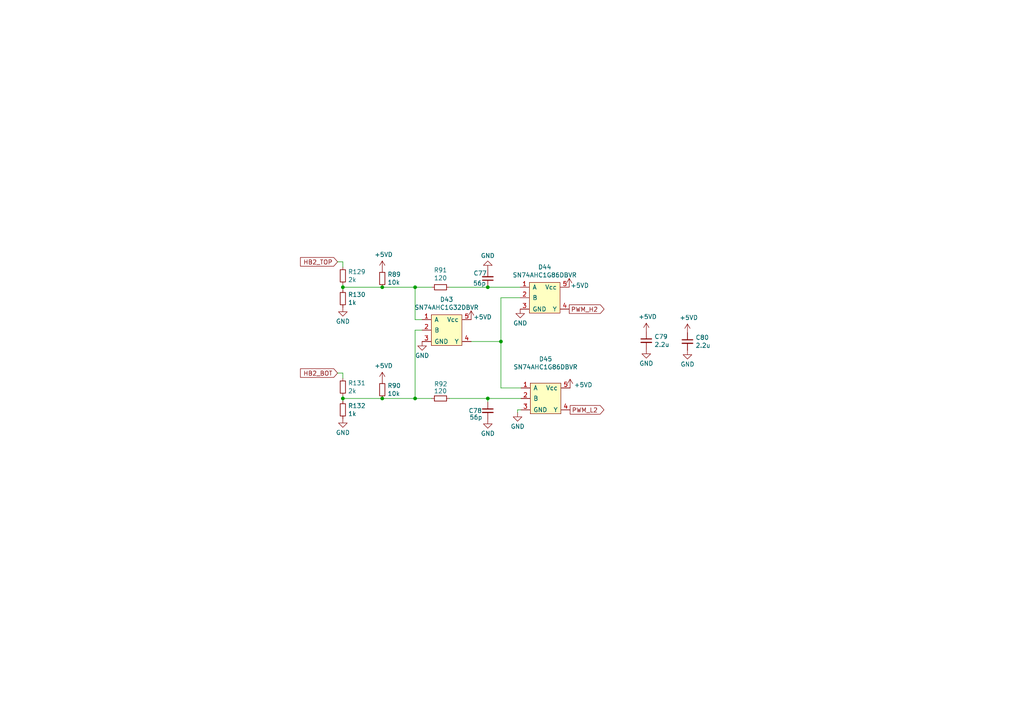
<source format=kicad_sch>
(kicad_sch (version 20211123) (generator eeschema)
  (paper "A4")
  (lib_symbols
    (symbol "Device:C_Small" (pin_numbers hide) (pin_names (offset 0.254) hide)
      (property "Reference" "C" (at 0.254 1.778 0))
      (property "Value" "C_Small" (at 0.254 -2.032 0))
      (symbol "C_Small_0_1"
        (polyline (pts (xy -1.524 -0.508) (xy 1.524 -0.508)) (stroke (width 0.3302)))
        (polyline (pts (xy -1.524 0.508) (xy 1.524 0.508)) (stroke (width 0.3048)))
      )
      (symbol "C_Small_1_1"
        (pin passive line (at 0 2.54 270) (length 2.032) (name "~") (number "1"))
        (pin passive line (at 0 -2.54 90) (length 2.032) (name "~") (number "2"))
      )
    )
    (symbol "Device:R_Small" (pin_numbers hide) (pin_names (offset 0.254) hide)
      (property "Reference" "R" (at 0.762 0.508 0))
      (property "Value" "R_Small" (at 0.762 -1.016 0))
      (symbol "R_Small_0_1"
        (rectangle (start -0.762 1.778) (end 0.762 -1.778) (stroke (width 0.2032)))
      )
      (symbol "R_Small_1_1"
        (pin passive line (at 0 2.54 270) (length 0.762) (name "~") (number "1"))
        (pin passive line (at 0 -2.54 90) (length 0.762) (name "~") (number "2"))
      )
    )
    (symbol "Logic:SN74AHC1G86DBVR" (pin_names (offset 1.016))
      (property "Reference" "D" (at 0 0 0))
      (property "Value" "SN74AHC1G86DBVR" (at 0 -1.905 0))
      (symbol "SN74AHC1G86DBVR_0_1"
        (rectangle (start -4.445 -4.445) (end 4.445 -13.335) (fill (type background)))
      )
      (symbol "SN74AHC1G86DBVR_1_1"
        (pin input line (at -7.112 -5.842 0) (length 2.54) (name "A") (number "1"))
        (pin input line (at -7.112 -8.89 0) (length 2.54) (name "B") (number "2"))
        (pin input line (at -7.112 -12.192 0) (length 2.54) (name "GND") (number "3"))
        (pin input line (at 7.112 -12.192 180) (length 2.54) (name "Y") (number "4"))
        (pin input line (at 7.112 -5.842 180) (length 2.54) (name "Vcc") (number "5"))
      )
    )
    (symbol "SN74AHC1G86DBVR_1" (pin_names (offset 1.016))
      (property "Reference" "D" (at 0 0 0))
      (property "Value" "SN74AHC1G86DBVR_1" (at 0 -1.905 0))
      (symbol "SN74AHC1G86DBVR_1_0_1"
        (rectangle (start -4.445 -4.445) (end 4.445 -13.335) (fill (type background)))
      )
      (symbol "SN74AHC1G86DBVR_1_1_1"
        (pin input line (at -7.112 -5.842 0) (length 2.54) (name "A") (number "1"))
        (pin input line (at -7.112 -8.89 0) (length 2.54) (name "B") (number "2"))
        (pin input line (at -7.112 -12.192 0) (length 2.54) (name "GND") (number "3"))
        (pin input line (at 7.112 -12.192 180) (length 2.54) (name "Y") (number "4"))
        (pin input line (at 7.112 -5.842 180) (length 2.54) (name "Vcc") (number "5"))
      )
    )
    (symbol "SN74AHC1G86DBVR_2" (pin_names (offset 1.016))
      (property "Reference" "D" (at 0 0 0))
      (property "Value" "SN74AHC1G86DBVR_2" (at 0 -1.905 0))
      (symbol "SN74AHC1G86DBVR_2_0_1"
        (rectangle (start -4.445 -4.445) (end 4.445 -13.335) (fill (type background)))
      )
      (symbol "SN74AHC1G86DBVR_2_1_1"
        (pin input line (at -7.112 -5.842 0) (length 2.54) (name "A") (number "1"))
        (pin input line (at -7.112 -8.89 0) (length 2.54) (name "B") (number "2"))
        (pin input line (at -7.112 -12.192 0) (length 2.54) (name "GND") (number "3"))
        (pin input line (at 7.112 -12.192 180) (length 2.54) (name "Y") (number "4"))
        (pin input line (at 7.112 -5.842 180) (length 2.54) (name "Vcc") (number "5"))
      )
    )
    (symbol "power:+5VD" (power) (pin_names (offset 0))
      (property "Value" "+5VD" (at 0 3.556 0))
      (symbol "+5VD_0_1"
        (polyline (pts (xy -0.762 1.27) (xy 0 2.54)))
        (polyline (pts (xy 0 0) (xy 0 2.54)))
        (polyline (pts (xy 0 2.54) (xy 0.762 1.27)))
      )
      (symbol "+5VD_1_1"
        (pin power_in line (at 0 0 90) (length 0) hide (name "+5VD") (number "1"))
      )
    )
    (symbol "power:GND" (power) (pin_names (offset 0))
      (property "Value" "GND" (at 0 -3.81 0))
      (symbol "GND_0_1"
        (polyline (pts (xy 0 0) (xy 0 -1.27) (xy 1.27 -1.27) (xy 0 -2.54) (xy -1.27 -1.27) (xy 0 -1.27)))
      )
      (symbol "GND_1_1"
        (pin power_in line (at 0 0 270) (length 0) hide (name "GND") (number "1"))
      )
    )
  )
  (junction (at 120.396 115.57))
  (junction (at 99.441 83.312))
  (junction (at 110.871 115.57))
  (junction (at 120.396 83.312))
  (junction (at 141.478 83.312))
  (junction (at 141.478 115.57))
  (junction (at 99.441 115.57))
  (junction (at 145.288 99.06))
  (junction (at 110.871 83.312))
  (wire (pts (xy 99.441 115.57) (xy 99.441 116.332)))
  (wire (pts (xy 150.114 118.872) (xy 150.114 119.634)))
  (wire (pts (xy 145.288 112.522) (xy 145.288 99.06)))
  (wire (pts (xy 99.441 114.808) (xy 99.441 115.57)))
  (wire (pts (xy 110.871 83.312) (xy 120.396 83.312)))
  (wire (pts (xy 99.441 108.204) (xy 99.441 109.728)))
  (wire (pts (xy 99.441 83.312) (xy 110.871 83.312)))
  (wire (pts (xy 151.13 118.872) (xy 150.114 118.872)))
  (wire (pts (xy 120.396 115.57) (xy 125.222 115.57)))
  (wire (pts (xy 130.302 83.312) (xy 141.478 83.312)))
  (wire (pts (xy 141.478 115.57) (xy 141.478 116.586)))
  (wire (pts (xy 99.441 115.57) (xy 110.871 115.57)))
  (wire (pts (xy 145.288 86.36) (xy 150.876 86.36)))
  (wire (pts (xy 141.478 83.312) (xy 150.876 83.312)))
  (wire (pts (xy 151.13 115.57) (xy 141.478 115.57)))
  (wire (pts (xy 99.441 82.55) (xy 99.441 83.312)))
  (wire (pts (xy 99.441 83.312) (xy 99.441 84.074)))
  (wire (pts (xy 130.302 115.57) (xy 141.478 115.57)))
  (wire (pts (xy 120.396 92.71) (xy 120.396 83.312)))
  (wire (pts (xy 125.222 83.312) (xy 120.396 83.312)))
  (wire (pts (xy 97.917 108.204) (xy 99.441 108.204)))
  (wire (pts (xy 120.396 92.71) (xy 122.428 92.71)))
  (wire (pts (xy 122.428 95.758) (xy 120.396 95.758)))
  (wire (pts (xy 99.441 75.946) (xy 99.441 77.47)))
  (wire (pts (xy 120.396 95.758) (xy 120.396 115.57)))
  (wire (pts (xy 97.917 75.946) (xy 99.441 75.946)))
  (wire (pts (xy 110.871 115.57) (xy 120.396 115.57)))
  (wire (pts (xy 145.288 99.06) (xy 145.288 86.36)))
  (wire (pts (xy 151.13 112.522) (xy 145.288 112.522)))
  (wire (pts (xy 136.652 99.06) (xy 145.288 99.06)))
  (global_label "HB2_TOP" (shape input) (at 97.917 75.946 180) (property "Intersheet References" "${INTERSHEET_REFS}" (effects hide)))
  (global_label "HB2_BOT" (shape input) (at 97.917 108.204 180) (property "Intersheet References" "${INTERSHEET_REFS}" (effects hide)))
  (global_label "PWM_H2" (shape output) (at 165.1 89.662 0) (property "Intersheet References" "${INTERSHEET_REFS}" (effects hide)))
  (global_label "PWM_L2" (shape output) (at 165.354 118.872 0) (property "Intersheet References" "${INTERSHEET_REFS}" (effects hide)))
  (symbol (lib_id "Logic:SN74AHC1G86DBVR") (at 129.54 86.868 0) (unit 1)
    (property "Reference" "D43" (at 129.54 86.868 0))
    (property "Value" "SN74AHC1G32DBVR" (at 129.54 89.1794 0))
    (property "Footprint" "Package_TO_SOT_SMD:SOT-23-5_HandSoldering" (effects hide))
  )
  (symbol (lib_id "power:+5VD") (at 110.871 78.232 0) (unit 1)
    (property "Reference" "#PWR0123" (effects hide))
    (property "Value" "+5VD" (at 111.252 73.8378 0))
  )
  (symbol (lib_id "Device:R_Small") (at 110.871 80.772 0) (unit 1)
    (property "Reference" "R89" (at 112.3696 79.6036 0) (effects (justify left)))
    (property "Value" "10k" (at 112.3696 81.915 0) (effects (justify left)))
    (property "Footprint" "Resistor_SMD:R_0805_2012Metric_Pad1.20x1.40mm_HandSolder" (effects hide))
  )
  (symbol (lib_id "Device:R_Small") (at 99.441 86.614 0) (unit 1)
    (property "Reference" "R130" (at 100.9396 85.4456 0) (effects (justify left)))
    (property "Value" "1k" (at 100.9396 87.757 0) (effects (justify left)))
    (property "Footprint" "Resistor_SMD:R_0805_2012Metric_Pad1.20x1.40mm_HandSolder" (effects hide))
  )
  (symbol (lib_id "power:+5VD") (at 187.452 96.266 0) (unit 1)
    (property "Reference" "#PWR0133" (effects hide))
    (property "Value" "+5VD" (at 187.833 91.8718 0))
  )
  (symbol (lib_id "Device:R_Small") (at 99.441 118.872 0) (unit 1)
    (property "Reference" "R132" (at 100.9396 117.7036 0) (effects (justify left)))
    (property "Value" "1k" (at 100.9396 120.015 0) (effects (justify left)))
    (property "Footprint" "Resistor_SMD:R_0805_2012Metric_Pad1.20x1.40mm_HandSolder" (effects hide))
  )
  (symbol (lib_id "power:+5VD") (at 110.871 110.49 0) (unit 1)
    (property "Reference" "#PWR0124" (effects hide))
    (property "Value" "+5VD" (at 111.252 106.0958 0))
  )
  (symbol (lib_id "Device:R_Small") (at 99.441 112.268 0) (unit 1)
    (property "Reference" "R131" (at 100.9396 111.0996 0) (effects (justify left)))
    (property "Value" "2k" (at 100.9396 113.411 0) (effects (justify left)))
    (property "Footprint" "Resistor_SMD:R_0805_2012Metric_Pad1.20x1.40mm_HandSolder" (effects hide))
  )
  (symbol (lib_id "Device:R_Small") (at 127.762 83.312 90) (unit 1)
    (property "Reference" "R91" (at 127.762 78.3336 90))
    (property "Value" "120" (at 127.762 80.645 90))
    (property "Footprint" "Resistor_SMD:R_0805_2012Metric_Pad1.20x1.40mm_HandSolder" (effects hide))
  )
  (symbol (lib_id "Device:R_Small") (at 127.762 115.57 90) (unit 1)
    (property "Reference" "R92" (at 129.794 111.379 90) (effects (justify left)))
    (property "Value" "120" (at 129.667 113.411 90) (effects (justify left)))
    (property "Footprint" "Resistor_SMD:R_0805_2012Metric_Pad1.20x1.40mm_HandSolder" (effects hide))
  )
  (symbol (lib_id "power:GND") (at 187.452 101.346 0) (unit 1)
    (property "Reference" "#PWR0203" (effects hide))
    (property "Value" "GND" (at 185.42 105.41 0) (effects (justify left)))
  )
  (symbol (lib_id "power:GND") (at 99.441 121.412 0) (unit 1)
    (property "Reference" "#PWR0219" (effects hide))
    (property "Value" "GND" (at 97.409 125.476 0) (effects (justify left)))
  )
  (symbol (lib_id "Device:C_Small") (at 141.478 80.772 180) (unit 1)
    (property "Reference" "C77" (at 141.224 79.248 0) (effects (justify left)))
    (property "Value" "56p" (at 140.97 82.169 0) (effects (justify left)))
    (property "Footprint" "Capacitor_SMD:C_0805_2012Metric_Pad1.18x1.45mm_HandSolder" (effects hide))
  )
  (symbol (lib_id "power:+5VD") (at 165.354 112.522 0) (unit 1)
    (property "Reference" "#PWR0132" (effects hide))
    (property "Value" "+5VD" (at 169.164 111.633 0))
  )
  (symbol (lib_id "Device:C_Small") (at 199.39 99.06 0) (unit 1)
    (property "Reference" "C80" (at 201.7268 97.8916 0) (effects (justify left)))
    (property "Value" "2.2u" (at 201.7268 100.203 0) (effects (justify left)))
    (property "Footprint" "Capacitor_SMD:C_0805_2012Metric_Pad1.18x1.45mm_HandSolder" (effects hide))
  )
  (symbol (lib_id "power:GND") (at 150.876 89.662 0) (unit 1)
    (property "Reference" "#PWR0200" (effects hide))
    (property "Value" "GND" (at 148.844 93.726 0) (effects (justify left)))
  )
  (symbol (lib_id "power:GND") (at 141.478 78.232 180) (unit 1)
    (property "Reference" "#PWR0127" (effects hide))
    (property "Value" "GND" (at 143.51 74.168 0) (effects (justify left)))
  )
  (symbol (lib_id "power:GND") (at 122.428 99.06 0) (unit 1)
    (property "Reference" "#PWR0199" (effects hide))
    (property "Value" "GND" (at 120.396 103.124 0) (effects (justify left)))
  )
  (symbol (lib_id "Device:C_Small") (at 187.452 98.806 0) (unit 1)
    (property "Reference" "C79" (at 189.7888 97.6376 0) (effects (justify left)))
    (property "Value" "2.2u" (at 189.7888 99.949 0) (effects (justify left)))
    (property "Footprint" "Capacitor_SMD:C_0805_2012Metric_Pad1.18x1.45mm_HandSolder" (effects hide))
  )
  (symbol (lib_id "power:+5VD") (at 165.1 83.312 0) (unit 1)
    (property "Reference" "#PWR0131" (effects hide))
    (property "Value" "+5VD" (at 168.148 82.804 0))
  )
  (symbol (lib_id "power:GND") (at 99.441 89.154 0) (unit 1)
    (property "Reference" "#PWR0218" (effects hide))
    (property "Value" "GND" (at 97.409 93.218 0) (effects (justify left)))
  )
  (symbol (lib_name "SN74AHC1G86DBVR_1") (lib_id "Logic:SN74AHC1G86DBVR") (at 157.988 77.47 0) (unit 1)
    (property "Reference" "D44" (at 157.988 77.47 0))
    (property "Value" "SN74AHC1G86DBVR" (at 157.988 79.7814 0))
    (property "Footprint" "Package_TO_SOT_SMD:SOT-23-5_HandSoldering" (effects hide))
  )
  (symbol (lib_id "power:+5VD") (at 199.39 96.52 0) (unit 1)
    (property "Reference" "#PWR0135" (effects hide))
    (property "Value" "+5VD" (at 199.771 92.1258 0))
  )
  (symbol (lib_id "power:+5VD") (at 136.652 92.71 0) (unit 1)
    (property "Reference" "#PWR0126" (effects hide))
    (property "Value" "+5VD" (at 139.954 91.948 0))
  )
  (symbol (lib_id "power:GND") (at 150.114 119.634 0) (unit 1)
    (property "Reference" "#PWR0202" (effects hide))
    (property "Value" "GND" (at 148.082 123.698 0) (effects (justify left)))
  )
  (symbol (lib_id "Device:R_Small") (at 99.441 80.01 0) (unit 1)
    (property "Reference" "R129" (at 100.9396 78.8416 0) (effects (justify left)))
    (property "Value" "2k" (at 100.9396 81.153 0) (effects (justify left)))
    (property "Footprint" "Resistor_SMD:R_0805_2012Metric_Pad1.20x1.40mm_HandSolder" (effects hide))
  )
  (symbol (lib_id "Device:R_Small") (at 110.871 113.03 0) (unit 1)
    (property "Reference" "R90" (at 112.3696 111.8616 0) (effects (justify left)))
    (property "Value" "10k" (at 112.3696 114.173 0) (effects (justify left)))
    (property "Footprint" "Resistor_SMD:R_0805_2012Metric_Pad1.20x1.40mm_HandSolder" (effects hide))
  )
  (symbol (lib_id "power:GND") (at 199.39 101.6 0) (unit 1)
    (property "Reference" "#PWR0204" (effects hide))
    (property "Value" "GND" (at 197.358 105.664 0) (effects (justify left)))
  )
  (symbol (lib_id "Device:C_Small") (at 141.478 119.126 0) (unit 1)
    (property "Reference" "C78" (at 135.89 119.126 0) (effects (justify left)))
    (property "Value" "56p" (at 136.144 121.031 0) (effects (justify left)))
    (property "Footprint" "Capacitor_SMD:C_0805_2012Metric_Pad1.18x1.45mm_HandSolder" (effects hide))
  )
  (symbol (lib_id "power:GND") (at 141.478 121.666 0) (unit 1)
    (property "Reference" "#PWR0201" (effects hide))
    (property "Value" "GND" (at 139.446 125.73 0) (effects (justify left)))
  )
  (symbol (lib_name "SN74AHC1G86DBVR_2") (lib_id "Logic:SN74AHC1G86DBVR") (at 158.242 106.68 0) (unit 1)
    (property "Reference" "D45" (at 158.242 104.14 0))
    (property "Value" "SN74AHC1G86DBVR" (at 158.242 106.4514 0))
    (property "Footprint" "Package_TO_SOT_SMD:SOT-23-5_HandSoldering" (effects hide))
  )
)
</source>
